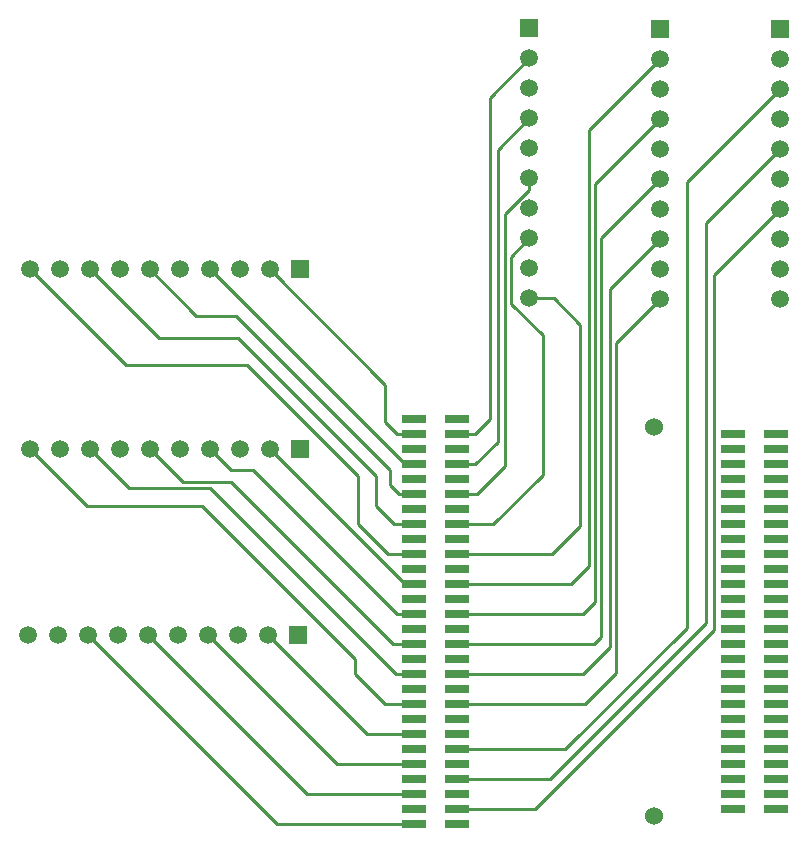
<source format=gbl>
G04 Layer_Physical_Order=2*
G04 Layer_Color=16711680*
%FSLAX43Y43*%
%MOMM*%
G71*
G01*
G75*
%ADD10R,2.150X0.800*%
%ADD11C,0.254*%
%ADD12C,1.500*%
%ADD13R,1.500X1.500*%
%ADD14R,1.500X1.500*%
%ADD15C,1.524*%
%ADD16C,0.500*%
D10*
X61332Y-39117D02*
D03*
Y-40387D02*
D03*
Y-41657D02*
D03*
Y-42927D02*
D03*
Y-44197D02*
D03*
Y-45467D02*
D03*
Y-46737D02*
D03*
Y-48007D02*
D03*
Y-49277D02*
D03*
Y-50547D02*
D03*
Y-51817D02*
D03*
Y-53087D02*
D03*
Y-54357D02*
D03*
Y-55627D02*
D03*
Y-56897D02*
D03*
Y-58167D02*
D03*
Y-59437D02*
D03*
Y-60707D02*
D03*
Y-61977D02*
D03*
Y-63247D02*
D03*
Y-64517D02*
D03*
Y-65787D02*
D03*
Y-67057D02*
D03*
Y-68327D02*
D03*
Y-69597D02*
D03*
Y-70867D02*
D03*
X64982Y-39117D02*
D03*
Y-40387D02*
D03*
Y-41657D02*
D03*
Y-42927D02*
D03*
Y-44197D02*
D03*
Y-45467D02*
D03*
Y-46737D02*
D03*
Y-48007D02*
D03*
Y-49277D02*
D03*
Y-50547D02*
D03*
Y-51817D02*
D03*
Y-53087D02*
D03*
Y-54357D02*
D03*
Y-55627D02*
D03*
Y-56897D02*
D03*
Y-58167D02*
D03*
Y-59437D02*
D03*
Y-60707D02*
D03*
Y-61977D02*
D03*
Y-63247D02*
D03*
Y-64517D02*
D03*
Y-65787D02*
D03*
Y-67057D02*
D03*
Y-68327D02*
D03*
Y-69597D02*
D03*
Y-70867D02*
D03*
X37982Y-72136D02*
D03*
Y-70866D02*
D03*
Y-69596D02*
D03*
Y-68326D02*
D03*
Y-67056D02*
D03*
Y-65786D02*
D03*
Y-64516D02*
D03*
Y-63246D02*
D03*
Y-61976D02*
D03*
Y-60706D02*
D03*
Y-59436D02*
D03*
Y-58166D02*
D03*
Y-56896D02*
D03*
Y-55626D02*
D03*
Y-54356D02*
D03*
Y-53086D02*
D03*
Y-51816D02*
D03*
Y-50546D02*
D03*
Y-49276D02*
D03*
Y-48006D02*
D03*
Y-46736D02*
D03*
Y-45466D02*
D03*
Y-44196D02*
D03*
Y-42926D02*
D03*
Y-41656D02*
D03*
Y-40386D02*
D03*
Y-39116D02*
D03*
Y-37846D02*
D03*
X34332Y-72136D02*
D03*
Y-70866D02*
D03*
Y-69596D02*
D03*
Y-68326D02*
D03*
Y-67056D02*
D03*
Y-65786D02*
D03*
Y-64516D02*
D03*
Y-63246D02*
D03*
Y-61976D02*
D03*
Y-60706D02*
D03*
Y-59436D02*
D03*
Y-58166D02*
D03*
Y-56896D02*
D03*
Y-55626D02*
D03*
Y-54356D02*
D03*
Y-53086D02*
D03*
Y-51816D02*
D03*
Y-50546D02*
D03*
Y-49276D02*
D03*
Y-48006D02*
D03*
Y-46736D02*
D03*
Y-45466D02*
D03*
Y-44196D02*
D03*
Y-42926D02*
D03*
Y-41656D02*
D03*
Y-40386D02*
D03*
Y-39116D02*
D03*
Y-37846D02*
D03*
D11*
X59690Y-25654D02*
X65278Y-20066D01*
X59055Y-21209D02*
X65278Y-14986D01*
X57404Y-17780D02*
X65278Y-9906D01*
X59690Y-55728D02*
Y-25654D01*
X37982Y-70866D02*
X44552D01*
X59690Y-55728D01*
X37982Y-68326D02*
X45847D01*
X59055Y-55118D01*
Y-21209D01*
X37982Y-65786D02*
X47117D01*
X57404Y-55499D01*
Y-17780D01*
X37982Y-61976D02*
X48768D01*
X51435Y-59309D01*
X50927Y-26797D02*
X55118Y-22606D01*
X50927Y-57150D02*
Y-26797D01*
X48641Y-59436D02*
X50927Y-57150D01*
X37982Y-59436D02*
X48641D01*
X50165Y-22479D02*
X55118Y-17526D01*
X50165Y-56261D02*
Y-22479D01*
X49530Y-56896D02*
X50165Y-56261D01*
X37982Y-56896D02*
X49530D01*
X49657Y-17907D02*
X55118Y-12446D01*
X49657Y-53340D02*
Y-17907D01*
X48641Y-54356D02*
X49657Y-53340D01*
X37982Y-54356D02*
X48641D01*
X49149Y-13335D02*
X55118Y-7366D01*
X49149Y-50292D02*
Y-13335D01*
X47625Y-51816D02*
X49149Y-50292D01*
X37982Y-51816D02*
X47625D01*
X44094Y-27635D02*
X46177D01*
X48387Y-29845D01*
Y-46863D02*
Y-29845D01*
X45974Y-49276D02*
X48387Y-46863D01*
X37982Y-49276D02*
X45974D01*
X42545Y-24105D02*
X44094Y-22555D01*
X42545Y-28067D02*
Y-24105D01*
X44094Y-18416D02*
Y-17475D01*
X42037Y-20473D02*
X44094Y-18416D01*
X41402Y-15088D02*
X44094Y-12395D01*
X41402Y-39751D02*
Y-15088D01*
X31115Y-45212D02*
X32639Y-46736D01*
X34332D01*
X33020Y-44196D02*
X34332D01*
X32258Y-43434D02*
X33020Y-44196D01*
X32258Y-43434D02*
Y-42122D01*
X1778Y-25146D02*
X9906Y-33274D01*
X29591Y-46736D02*
X32131Y-49276D01*
X34332D01*
X22098Y-40386D02*
X33528Y-51816D01*
X34332D01*
X17018Y-40386D02*
X18796Y-42164D01*
X20701D02*
X32893Y-54356D01*
X34332D01*
X11938Y-40386D02*
X14732Y-43180D01*
X18796D02*
X32512Y-56896D01*
X34332D01*
X6858Y-40386D02*
X10160Y-43688D01*
X32766Y-59436D02*
X34332D01*
X1778Y-40386D02*
X6604Y-45212D01*
X29337Y-59436D02*
X31877Y-61976D01*
X34332D01*
X21971Y-56109D02*
X30378Y-64516D01*
X34332D01*
X16891Y-56109D02*
X27838Y-67056D01*
X34332D01*
X11811Y-56109D02*
X25298Y-69596D01*
X34332D01*
X6731Y-56109D02*
X22758Y-72136D01*
X34332D01*
X51435Y-59309D02*
Y-31369D01*
X55118Y-27686D01*
X9906Y-33274D02*
X20193D01*
X29591Y-42672D01*
Y-46736D02*
Y-42672D01*
X31115Y-45212D02*
Y-42672D01*
X6604Y-45212D02*
X16383D01*
X29337Y-58166D01*
Y-59436D02*
Y-58166D01*
X17018Y-43688D02*
X32766Y-59436D01*
X10160Y-43688D02*
X17018D01*
X18796Y-42164D02*
X20701D01*
X14732Y-43180D02*
X18796D01*
X6858Y-25146D02*
X12700Y-30988D01*
X19431D01*
X31115Y-42672D01*
X11938Y-25146D02*
X15875Y-29083D01*
X19219D01*
X32258Y-42122D01*
X22098Y-25146D02*
X31877Y-34925D01*
X32893Y-39116D02*
X34332D01*
X31877Y-38100D02*
X32893Y-39116D01*
X31877Y-38100D02*
Y-34925D01*
X17018Y-25146D02*
X33528Y-41656D01*
X34332D01*
X37982Y-39116D02*
X39497D01*
X37982Y-41656D02*
X39497D01*
X40767Y-10643D02*
X44094Y-7315D01*
X40767Y-37846D02*
Y-10643D01*
X39497Y-39116D02*
X40767Y-37846D01*
X39497Y-41656D02*
X41402Y-39751D01*
X37982Y-44196D02*
X39624D01*
X42037Y-41783D01*
Y-20473D01*
X37982Y-46736D02*
X41021D01*
X45212Y-42545D01*
Y-30734D01*
X42545Y-28067D02*
X45212Y-30734D01*
D12*
X55118Y-17526D02*
D03*
Y-7366D02*
D03*
Y-9906D02*
D03*
Y-12446D02*
D03*
Y-14986D02*
D03*
Y-20066D02*
D03*
Y-22606D02*
D03*
Y-25146D02*
D03*
Y-27686D02*
D03*
X65278Y-17526D02*
D03*
Y-7366D02*
D03*
Y-9906D02*
D03*
Y-12446D02*
D03*
Y-14986D02*
D03*
Y-20066D02*
D03*
Y-22606D02*
D03*
Y-25146D02*
D03*
Y-27686D02*
D03*
X11938Y-25146D02*
D03*
X22098D02*
D03*
X19558D02*
D03*
X17018D02*
D03*
X14478D02*
D03*
X9398D02*
D03*
X6858D02*
D03*
X4318D02*
D03*
X1778D02*
D03*
X11938Y-40386D02*
D03*
X22098D02*
D03*
X19558D02*
D03*
X17018D02*
D03*
X14478D02*
D03*
X9398D02*
D03*
X6858D02*
D03*
X4318D02*
D03*
X1778D02*
D03*
X11811Y-56109D02*
D03*
X21971D02*
D03*
X19431D02*
D03*
X16891D02*
D03*
X14351D02*
D03*
X9271D02*
D03*
X6731D02*
D03*
X4191D02*
D03*
X1651D02*
D03*
X44094Y-17475D02*
D03*
Y-7315D02*
D03*
Y-9855D02*
D03*
Y-12395D02*
D03*
Y-14935D02*
D03*
Y-20015D02*
D03*
Y-22555D02*
D03*
Y-25095D02*
D03*
Y-27635D02*
D03*
D13*
X55118Y-4826D02*
D03*
X65278D02*
D03*
X44094Y-4775D02*
D03*
D14*
X24638Y-25146D02*
D03*
Y-40386D02*
D03*
X24511Y-56109D02*
D03*
D15*
X54657Y-38491D02*
D03*
Y-71491D02*
D03*
D03*
Y-38491D02*
D03*
D16*
X34332Y-53086D02*
D03*
Y-37846D02*
D03*
X37982D02*
D03*
Y-39116D02*
D03*
X34332D02*
D03*
Y-40386D02*
D03*
X37982D02*
D03*
Y-41656D02*
D03*
X34332D02*
D03*
Y-42926D02*
D03*
X37982D02*
D03*
Y-44196D02*
D03*
X34332D02*
D03*
Y-45466D02*
D03*
X37982D02*
D03*
Y-46736D02*
D03*
X34332D02*
D03*
Y-48006D02*
D03*
Y-49276D02*
D03*
X37982D02*
D03*
Y-50546D02*
D03*
X34332D02*
D03*
Y-51816D02*
D03*
X37982D02*
D03*
Y-53086D02*
D03*
Y-54356D02*
D03*
X34332D02*
D03*
Y-55626D02*
D03*
X37982D02*
D03*
Y-56896D02*
D03*
X34332D02*
D03*
Y-58166D02*
D03*
X37982D02*
D03*
Y-59436D02*
D03*
X34332D02*
D03*
Y-60706D02*
D03*
X37982D02*
D03*
Y-61976D02*
D03*
X34332D02*
D03*
Y-63246D02*
D03*
X37982D02*
D03*
Y-64516D02*
D03*
X34332D02*
D03*
Y-65786D02*
D03*
X37982D02*
D03*
Y-67056D02*
D03*
X34332D02*
D03*
Y-68326D02*
D03*
X37982D02*
D03*
Y-69596D02*
D03*
X34332D02*
D03*
Y-70866D02*
D03*
X37982D02*
D03*
Y-72136D02*
D03*
X34332D02*
D03*
X61332Y-70867D02*
D03*
X64982D02*
D03*
Y-69597D02*
D03*
X61332D02*
D03*
Y-68327D02*
D03*
X64982D02*
D03*
Y-67057D02*
D03*
X61332D02*
D03*
Y-65787D02*
D03*
X64982D02*
D03*
Y-64517D02*
D03*
X61332D02*
D03*
Y-63247D02*
D03*
X64982D02*
D03*
Y-61977D02*
D03*
X61332D02*
D03*
Y-60707D02*
D03*
X64982D02*
D03*
Y-59437D02*
D03*
X61332D02*
D03*
Y-58167D02*
D03*
X64982D02*
D03*
Y-56897D02*
D03*
X61332D02*
D03*
Y-55627D02*
D03*
X64982D02*
D03*
Y-54357D02*
D03*
X61332D02*
D03*
Y-53087D02*
D03*
X64982D02*
D03*
Y-51817D02*
D03*
X61332D02*
D03*
Y-50547D02*
D03*
X64982D02*
D03*
Y-49277D02*
D03*
X61332D02*
D03*
Y-48007D02*
D03*
X64982D02*
D03*
Y-46737D02*
D03*
X61332D02*
D03*
Y-45467D02*
D03*
X64982D02*
D03*
Y-44197D02*
D03*
X61332D02*
D03*
Y-42927D02*
D03*
X64982D02*
D03*
Y-41657D02*
D03*
X61332D02*
D03*
Y-40387D02*
D03*
Y-39117D02*
D03*
X64982D02*
D03*
Y-40387D02*
D03*
X37982Y-48006D02*
D03*
M02*

</source>
